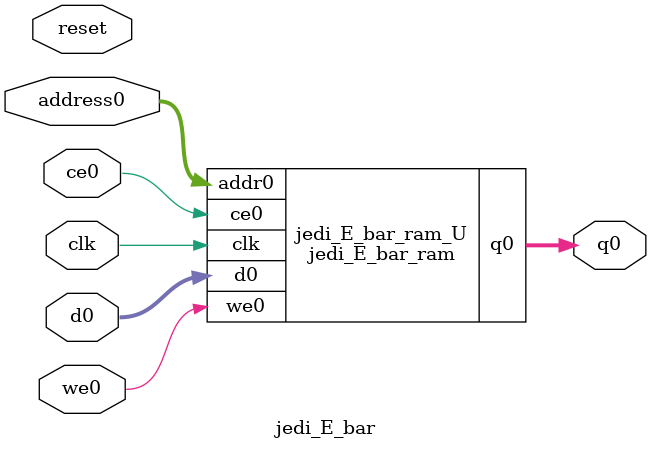
<source format=v>
`timescale 1 ns / 1 ps
module jedi_E_bar_ram (addr0, ce0, d0, we0, q0,  clk);

parameter DWIDTH = 32;
parameter AWIDTH = 11;
parameter MEM_SIZE = 1500;

input[AWIDTH-1:0] addr0;
input ce0;
input[DWIDTH-1:0] d0;
input we0;
output reg[DWIDTH-1:0] q0;
input clk;

(* ram_style = "block" *)reg [DWIDTH-1:0] ram[0:MEM_SIZE-1];




always @(posedge clk)  
begin 
    if (ce0) begin
        if (we0) 
            ram[addr0] <= d0; 
        q0 <= ram[addr0];
    end
end


endmodule

`timescale 1 ns / 1 ps
module jedi_E_bar(
    reset,
    clk,
    address0,
    ce0,
    we0,
    d0,
    q0);

parameter DataWidth = 32'd32;
parameter AddressRange = 32'd1500;
parameter AddressWidth = 32'd11;
input reset;
input clk;
input[AddressWidth - 1:0] address0;
input ce0;
input we0;
input[DataWidth - 1:0] d0;
output[DataWidth - 1:0] q0;



jedi_E_bar_ram jedi_E_bar_ram_U(
    .clk( clk ),
    .addr0( address0 ),
    .ce0( ce0 ),
    .we0( we0 ),
    .d0( d0 ),
    .q0( q0 ));

endmodule


</source>
